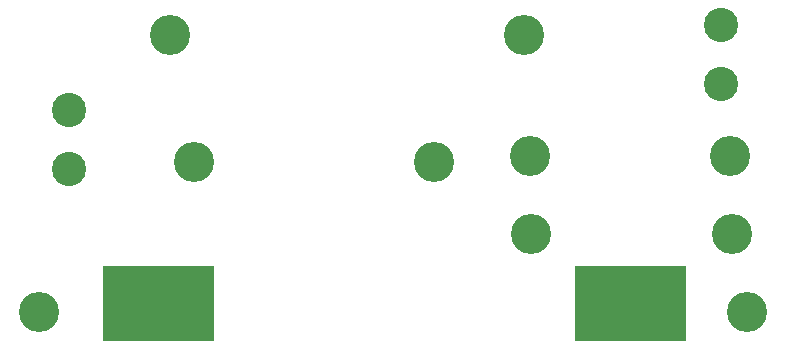
<source format=gts>
%FSLAX34Y34*%
G04 Gerber Fmt 3.4, Leading zero omitted, Abs format*
G04 (created by PCBNEW (2014-01-19 BZR 4624)-product) date 5/28/2014 2:32:43 AM*
%MOIN*%
G01*
G70*
G90*
G04 APERTURE LIST*
%ADD10C,0.005906*%
%ADD11R,0.133858X0.094488*%
%ADD12C,0.133858*%
%ADD13C,0.114173*%
G04 APERTURE END LIST*
G54D10*
G54D11*
X31496Y-23622D03*
X30314Y-23622D03*
X32677Y-23622D03*
X31496Y-22834D03*
X32677Y-22834D03*
X30314Y-22834D03*
X30314Y-24409D03*
X31496Y-24409D03*
X32677Y-24409D03*
X47244Y-23622D03*
X48425Y-23622D03*
X46062Y-23622D03*
X46062Y-22834D03*
X47244Y-22834D03*
X48425Y-22834D03*
X48425Y-24409D03*
X47244Y-24409D03*
X46062Y-24409D03*
G54D12*
X31889Y-14645D03*
X43700Y-14645D03*
X27519Y-23897D03*
X51141Y-23897D03*
X32696Y-18877D03*
X40688Y-18877D03*
G54D13*
X28523Y-17145D03*
X28523Y-19114D03*
X50275Y-16299D03*
X50275Y-14330D03*
G54D12*
X43917Y-21299D03*
X50610Y-21299D03*
X43877Y-18681D03*
X50570Y-18681D03*
M02*

</source>
